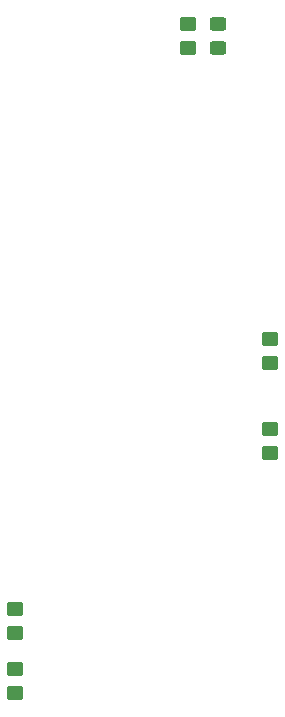
<source format=gbr>
%TF.GenerationSoftware,KiCad,Pcbnew,8.0.3*%
%TF.CreationDate,2024-09-25T15:42:15-04:00*%
%TF.ProjectId,mcu-board,6d63752d-626f-4617-9264-2e6b69636164,rev?*%
%TF.SameCoordinates,Original*%
%TF.FileFunction,Paste,Top*%
%TF.FilePolarity,Positive*%
%FSLAX46Y46*%
G04 Gerber Fmt 4.6, Leading zero omitted, Abs format (unit mm)*
G04 Created by KiCad (PCBNEW 8.0.3) date 2024-09-25 15:42:15*
%MOMM*%
%LPD*%
G01*
G04 APERTURE LIST*
G04 Aperture macros list*
%AMRoundRect*
0 Rectangle with rounded corners*
0 $1 Rounding radius*
0 $2 $3 $4 $5 $6 $7 $8 $9 X,Y pos of 4 corners*
0 Add a 4 corners polygon primitive as box body*
4,1,4,$2,$3,$4,$5,$6,$7,$8,$9,$2,$3,0*
0 Add four circle primitives for the rounded corners*
1,1,$1+$1,$2,$3*
1,1,$1+$1,$4,$5*
1,1,$1+$1,$6,$7*
1,1,$1+$1,$8,$9*
0 Add four rect primitives between the rounded corners*
20,1,$1+$1,$2,$3,$4,$5,0*
20,1,$1+$1,$4,$5,$6,$7,0*
20,1,$1+$1,$6,$7,$8,$9,0*
20,1,$1+$1,$8,$9,$2,$3,0*%
G04 Aperture macros list end*
%ADD10RoundRect,0.250000X-0.450000X0.350000X-0.450000X-0.350000X0.450000X-0.350000X0.450000X0.350000X0*%
%ADD11RoundRect,0.250000X0.450000X-0.350000X0.450000X0.350000X-0.450000X0.350000X-0.450000X-0.350000X0*%
%ADD12RoundRect,0.250000X0.450000X-0.325000X0.450000X0.325000X-0.450000X0.325000X-0.450000X-0.325000X0*%
G04 APERTURE END LIST*
D10*
%TO.C,R4*%
X154305000Y-82820000D03*
X154305000Y-84820000D03*
%TD*%
D11*
%TO.C,R5*%
X168910000Y-35290000D03*
X168910000Y-33290000D03*
%TD*%
D10*
%TO.C,R3*%
X154305000Y-87900000D03*
X154305000Y-89900000D03*
%TD*%
D11*
%TO.C,R1*%
X175895000Y-61960000D03*
X175895000Y-59960000D03*
%TD*%
%TO.C,R2*%
X175895000Y-69580000D03*
X175895000Y-67580000D03*
%TD*%
D12*
%TO.C,D1*%
X171450000Y-35315000D03*
X171450000Y-33265000D03*
%TD*%
M02*

</source>
